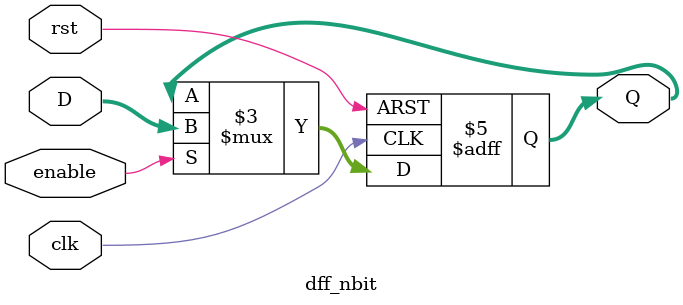
<source format=sv>
module dff_nbit
#(parameter width = 32)
(
  	input clk,
	input rst,
	input enable,
	input [width-1:0] D,
	output [width-1:0] Q
);
always @(posedge clk, posedge rst) begin
	if(rst) begin
		Q <= {width{1'b0}};
	end
	else 
		if(enable == 1'b1) begin
			Q <= D;
		end
end
endmodule
</source>
